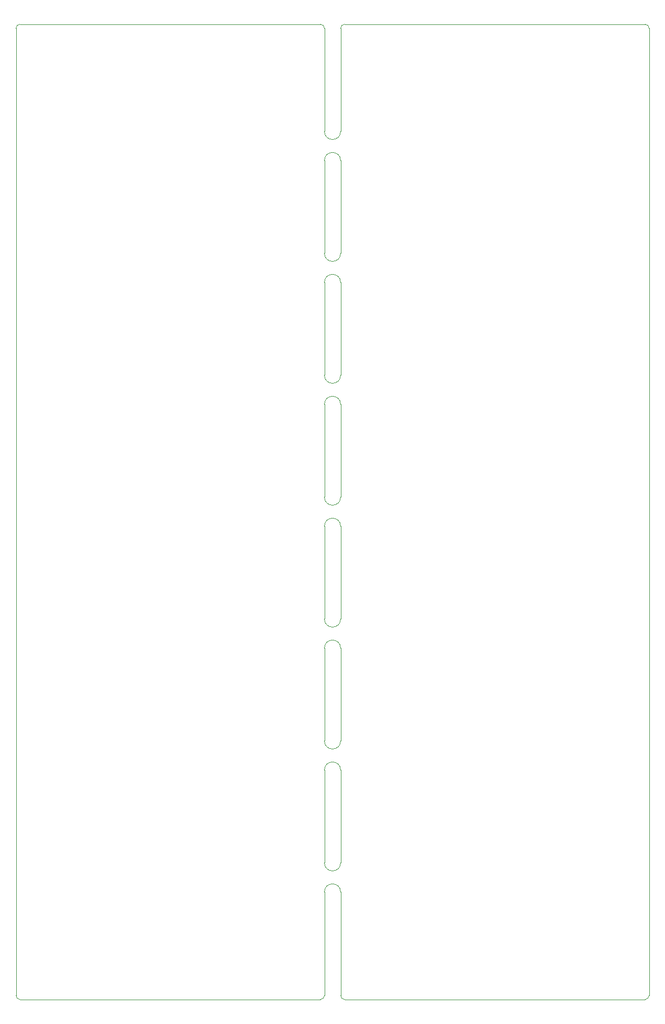
<source format=gm1>
%TF.GenerationSoftware,KiCad,Pcbnew,7.0.2-0*%
%TF.CreationDate,2023-10-21T23:35:19+01:00*%
%TF.ProjectId,serge-r5-triple-wave-shaper,73657267-652d-4723-952d-747269706c65,r02*%
%TF.SameCoordinates,Original*%
%TF.FileFunction,Profile,NP*%
%FSLAX46Y46*%
G04 Gerber Fmt 4.6, Leading zero omitted, Abs format (unit mm)*
G04 Created by KiCad (PCBNEW 7.0.2-0) date 2023-10-21 23:35:19*
%MOMM*%
%LPD*%
G01*
G04 APERTURE LIST*
%TA.AperFunction,Profile*%
%ADD10C,0.050000*%
%TD*%
G04 APERTURE END LIST*
D10*
X76200000Y-161544000D02*
X76200000Y-147066000D01*
X25400000Y-182268114D02*
X25400000Y-31138114D01*
X73660000Y-128016000D02*
X73660000Y-142494000D01*
X76200000Y-85344000D02*
X76200000Y-70866000D01*
X123825000Y-182903114D02*
X76835000Y-182903114D01*
X124459986Y-31138114D02*
G75*
G03*
X123825000Y-30503114I-634986J14D01*
G01*
X76200000Y-104394000D02*
X76200000Y-89916000D01*
X76200000Y-123444000D02*
X76200000Y-108966000D01*
X73660000Y-166116000D02*
X73660000Y-182268114D01*
X73659986Y-31138114D02*
G75*
G03*
X73025000Y-30503114I-634986J14D01*
G01*
X76835000Y-30503100D02*
G75*
G03*
X76200000Y-31138114I0J-635000D01*
G01*
X76835000Y-30503114D02*
X123825000Y-30503114D01*
X73660000Y-70866000D02*
X73660000Y-85344000D01*
X73660000Y-147066000D02*
X73660000Y-161544000D01*
X73660000Y-51816000D02*
X73660000Y-66294000D01*
X76200000Y-66294000D02*
X76200000Y-51816000D01*
X73025000Y-182903114D02*
X26035000Y-182903114D01*
X73025000Y-182903100D02*
G75*
G03*
X73660000Y-182268114I0J635000D01*
G01*
X73660000Y-108966000D02*
X73660000Y-123444000D01*
X73660000Y-47244000D02*
X73660000Y-31138114D01*
X76200000Y-47244000D02*
X76200000Y-31138114D01*
X123825000Y-182903100D02*
G75*
G03*
X124460000Y-182268114I0J635000D01*
G01*
X124460000Y-31138114D02*
X124460000Y-182268114D01*
X25399986Y-182268114D02*
G75*
G03*
X26035000Y-182903114I635014J14D01*
G01*
X76200000Y-142494000D02*
X76200000Y-128016000D01*
X26035000Y-30503100D02*
G75*
G03*
X25400000Y-31138114I0J-635000D01*
G01*
X26035000Y-30503114D02*
X73025000Y-30503114D01*
X76200000Y-166116000D02*
X76200000Y-182268114D01*
X73660000Y-89916000D02*
X73660000Y-104394000D01*
X76199986Y-182268114D02*
G75*
G03*
X76835000Y-182903114I635014J14D01*
G01*
%TO.C,mouse-bite-2.54mm-slot*%
X76200000Y-51816000D02*
G75*
G03*
X73660000Y-51816000I-1270000J0D01*
G01*
X73660000Y-47244000D02*
G75*
G03*
X76200000Y-47244000I1270000J0D01*
G01*
X76200000Y-128016000D02*
G75*
G03*
X73660000Y-128016000I-1270000J0D01*
G01*
X73660000Y-123444000D02*
G75*
G03*
X76200000Y-123444000I1270000J0D01*
G01*
X76200000Y-147066000D02*
G75*
G03*
X73660000Y-147066000I-1270000J0D01*
G01*
X73660000Y-142494000D02*
G75*
G03*
X76200000Y-142494000I1270000J0D01*
G01*
X76200000Y-108966000D02*
G75*
G03*
X73660000Y-108966000I-1270000J0D01*
G01*
X73660000Y-104394000D02*
G75*
G03*
X76200000Y-104394000I1270000J0D01*
G01*
X76200000Y-166116000D02*
G75*
G03*
X73660000Y-166116000I-1270000J0D01*
G01*
X73660000Y-161544000D02*
G75*
G03*
X76200000Y-161544000I1270000J0D01*
G01*
X76200000Y-70866000D02*
G75*
G03*
X73660000Y-70866000I-1270000J0D01*
G01*
X73660000Y-66294000D02*
G75*
G03*
X76200000Y-66294000I1270000J0D01*
G01*
X76200000Y-89916000D02*
G75*
G03*
X73660000Y-89916000I-1270000J0D01*
G01*
X73660000Y-85344000D02*
G75*
G03*
X76200000Y-85344000I1270000J0D01*
G01*
%TD*%
M02*

</source>
